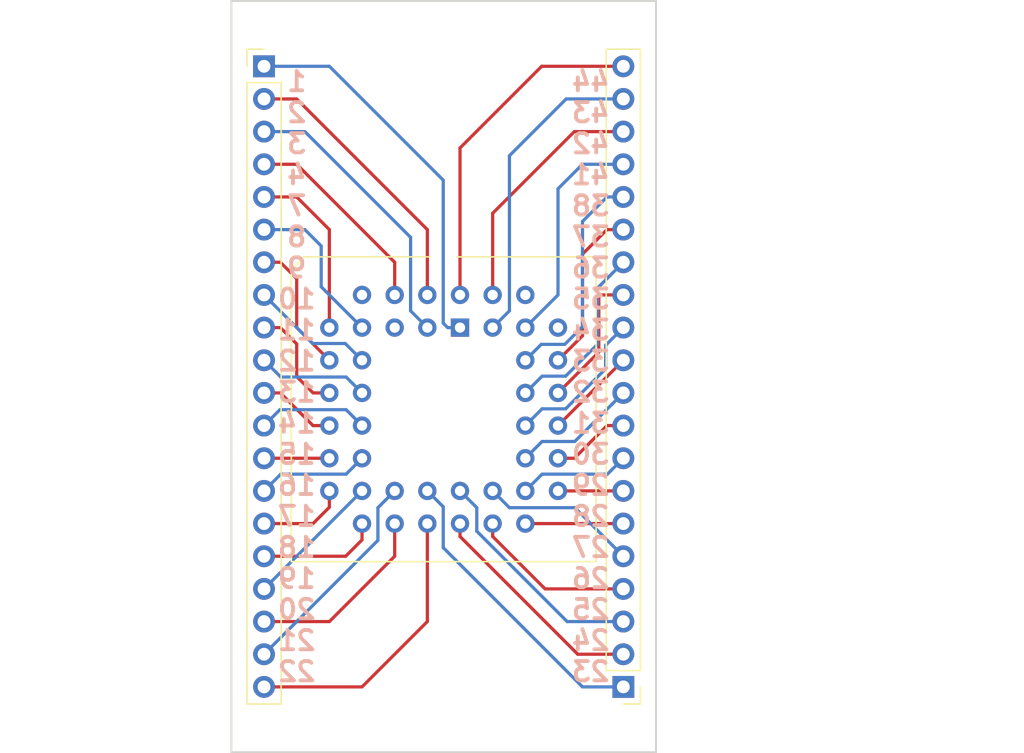
<source format=kicad_pcb>
(kicad_pcb (version 20171130) (host pcbnew "(5.0.0-3-g5ebb6b6)")

  (general
    (thickness 1.6)
    (drawings 7)
    (tracks 141)
    (zones 0)
    (modules 3)
    (nets 41)
  )

  (page A4)
  (layers
    (0 F.Cu signal)
    (31 B.Cu signal)
    (32 B.Adhes user)
    (33 F.Adhes user)
    (34 B.Paste user)
    (35 F.Paste user)
    (36 B.SilkS user)
    (37 F.SilkS user)
    (38 B.Mask user)
    (39 F.Mask user)
    (40 Dwgs.User user)
    (41 Cmts.User user)
    (42 Eco1.User user)
    (43 Eco2.User user)
    (44 Edge.Cuts user)
    (45 Margin user)
    (46 B.CrtYd user)
    (47 F.CrtYd user)
    (48 B.Fab user)
    (49 F.Fab user)
  )

  (setup
    (last_trace_width 0.25)
    (trace_clearance 0.4)
    (zone_clearance 0.508)
    (zone_45_only no)
    (trace_min 0.2)
    (segment_width 0.2)
    (edge_width 0.15)
    (via_size 0.8)
    (via_drill 0.4)
    (via_min_size 0.4)
    (via_min_drill 0.3)
    (uvia_size 0.3)
    (uvia_drill 0.1)
    (uvias_allowed no)
    (uvia_min_size 0.2)
    (uvia_min_drill 0.1)
    (pcb_text_width 0.3)
    (pcb_text_size 1.5 1.5)
    (mod_edge_width 0.15)
    (mod_text_size 1 1)
    (mod_text_width 0.15)
    (pad_size 1.524 1.524)
    (pad_drill 0.762)
    (pad_to_mask_clearance 0.2)
    (aux_axis_origin 0 0)
    (visible_elements FFFFFF7F)
    (pcbplotparams
      (layerselection 0x010fc_ffffffff)
      (usegerberextensions false)
      (usegerberattributes false)
      (usegerberadvancedattributes false)
      (creategerberjobfile false)
      (excludeedgelayer true)
      (linewidth 0.100000)
      (plotframeref false)
      (viasonmask false)
      (mode 1)
      (useauxorigin false)
      (hpglpennumber 1)
      (hpglpenspeed 20)
      (hpglpendiameter 15.000000)
      (psnegative false)
      (psa4output false)
      (plotreference true)
      (plotvalue true)
      (plotinvisibletext false)
      (padsonsilk false)
      (subtractmaskfromsilk false)
      (outputformat 1)
      (mirror false)
      (drillshape 0)
      (scaleselection 1)
      (outputdirectory "gerber/"))
  )

  (net 0 "")
  (net 1 "Net-(J_1_22_PDIP1-Pad1)")
  (net 2 "Net-(J_1_22_PDIP1-Pad2)")
  (net 3 "Net-(J_1_22_PDIP1-Pad3)")
  (net 4 "Net-(J_1_22_PDIP1-Pad4)")
  (net 5 "Net-(J_1_22_PDIP1-Pad5)")
  (net 6 "Net-(J_1_22_PDIP1-Pad6)")
  (net 7 "Net-(J_1_22_PDIP1-Pad7)")
  (net 8 "Net-(J_1_22_PDIP1-Pad8)")
  (net 9 "Net-(J_1_22_PDIP1-Pad9)")
  (net 10 "Net-(J_1_22_PDIP1-Pad10)")
  (net 11 "Net-(J_1_22_PDIP1-Pad11)")
  (net 12 "Net-(J_1_22_PDIP1-Pad12)")
  (net 13 "Net-(J_1_22_PDIP1-Pad13)")
  (net 14 "Net-(J_1_22_PDIP1-Pad14)")
  (net 15 "Net-(J_1_22_PDIP1-Pad15)")
  (net 16 "Net-(J_1_22_PDIP1-Pad16)")
  (net 17 "Net-(J_1_22_PDIP1-Pad17)")
  (net 18 "Net-(J_1_22_PDIP1-Pad18)")
  (net 19 "Net-(J_1_22_PDIP1-Pad19)")
  (net 20 "Net-(J_1_22_PDIP1-Pad20)")
  (net 21 "Net-(J_23_44_PDIP2-Pad20)")
  (net 22 "Net-(J_23_44_PDIP2-Pad19)")
  (net 23 "Net-(J_23_44_PDIP2-Pad18)")
  (net 24 "Net-(J_23_44_PDIP2-Pad17)")
  (net 25 "Net-(J_23_44_PDIP2-Pad16)")
  (net 26 "Net-(J_23_44_PDIP2-Pad15)")
  (net 27 "Net-(J_23_44_PDIP2-Pad14)")
  (net 28 "Net-(J_23_44_PDIP2-Pad13)")
  (net 29 "Net-(J_23_44_PDIP2-Pad12)")
  (net 30 "Net-(J_23_44_PDIP2-Pad11)")
  (net 31 "Net-(J_23_44_PDIP2-Pad10)")
  (net 32 "Net-(J_23_44_PDIP2-Pad9)")
  (net 33 "Net-(J_23_44_PDIP2-Pad8)")
  (net 34 "Net-(J_23_44_PDIP2-Pad7)")
  (net 35 "Net-(J_23_44_PDIP2-Pad6)")
  (net 36 "Net-(J_23_44_PDIP2-Pad5)")
  (net 37 "Net-(J_23_44_PDIP2-Pad4)")
  (net 38 "Net-(J_23_44_PDIP2-Pad3)")
  (net 39 "Net-(J_23_44_PDIP2-Pad2)")
  (net 40 "Net-(J_23_44_PDIP2-Pad1)")

  (net_class Default "This is the default net class."
    (clearance 0.4)
    (trace_width 0.25)
    (via_dia 0.8)
    (via_drill 0.4)
    (uvia_dia 0.3)
    (uvia_drill 0.1)
    (add_net "Net-(J_1_22_PDIP1-Pad1)")
    (add_net "Net-(J_1_22_PDIP1-Pad10)")
    (add_net "Net-(J_1_22_PDIP1-Pad11)")
    (add_net "Net-(J_1_22_PDIP1-Pad12)")
    (add_net "Net-(J_1_22_PDIP1-Pad13)")
    (add_net "Net-(J_1_22_PDIP1-Pad14)")
    (add_net "Net-(J_1_22_PDIP1-Pad15)")
    (add_net "Net-(J_1_22_PDIP1-Pad16)")
    (add_net "Net-(J_1_22_PDIP1-Pad17)")
    (add_net "Net-(J_1_22_PDIP1-Pad18)")
    (add_net "Net-(J_1_22_PDIP1-Pad19)")
    (add_net "Net-(J_1_22_PDIP1-Pad2)")
    (add_net "Net-(J_1_22_PDIP1-Pad20)")
    (add_net "Net-(J_1_22_PDIP1-Pad3)")
    (add_net "Net-(J_1_22_PDIP1-Pad4)")
    (add_net "Net-(J_1_22_PDIP1-Pad5)")
    (add_net "Net-(J_1_22_PDIP1-Pad6)")
    (add_net "Net-(J_1_22_PDIP1-Pad7)")
    (add_net "Net-(J_1_22_PDIP1-Pad8)")
    (add_net "Net-(J_1_22_PDIP1-Pad9)")
    (add_net "Net-(J_23_44_PDIP2-Pad1)")
    (add_net "Net-(J_23_44_PDIP2-Pad10)")
    (add_net "Net-(J_23_44_PDIP2-Pad11)")
    (add_net "Net-(J_23_44_PDIP2-Pad12)")
    (add_net "Net-(J_23_44_PDIP2-Pad13)")
    (add_net "Net-(J_23_44_PDIP2-Pad14)")
    (add_net "Net-(J_23_44_PDIP2-Pad15)")
    (add_net "Net-(J_23_44_PDIP2-Pad16)")
    (add_net "Net-(J_23_44_PDIP2-Pad17)")
    (add_net "Net-(J_23_44_PDIP2-Pad18)")
    (add_net "Net-(J_23_44_PDIP2-Pad19)")
    (add_net "Net-(J_23_44_PDIP2-Pad2)")
    (add_net "Net-(J_23_44_PDIP2-Pad20)")
    (add_net "Net-(J_23_44_PDIP2-Pad3)")
    (add_net "Net-(J_23_44_PDIP2-Pad4)")
    (add_net "Net-(J_23_44_PDIP2-Pad5)")
    (add_net "Net-(J_23_44_PDIP2-Pad6)")
    (add_net "Net-(J_23_44_PDIP2-Pad7)")
    (add_net "Net-(J_23_44_PDIP2-Pad8)")
    (add_net "Net-(J_23_44_PDIP2-Pad9)")
  )

  (module Connector_PinHeader_2.54mm:PinHeader_1x20_P2.54mm_Vertical (layer F.Cu) (tedit 5BA6D6D7) (tstamp 5BB2C393)
    (at 154.94 77.47)
    (descr "Through hole straight pin header, 1x20, 2.54mm pitch, single row")
    (tags "Through hole pin header THT 1x20 2.54mm single row")
    (path /5BAD0847)
    (fp_text reference J_1_22_PDIP1 (at -15.24 -1.27) (layer Dwgs.User)
      (effects (font (size 1 1) (thickness 0.15)))
    )
    (fp_text value Conn_01x20 (at -13.335 46.99) (layer F.Fab)
      (effects (font (size 1 1) (thickness 0.15)))
    )
    (fp_line (start -0.635 -1.27) (end 1.27 -1.27) (layer F.Fab) (width 0.1))
    (fp_line (start 1.27 -1.27) (end 1.27 49.53) (layer F.Fab) (width 0.1))
    (fp_line (start 1.27 49.53) (end -1.27 49.53) (layer F.Fab) (width 0.1))
    (fp_line (start -1.27 49.53) (end -1.27 -0.635) (layer F.Fab) (width 0.1))
    (fp_line (start -1.27 -0.635) (end -0.635 -1.27) (layer F.Fab) (width 0.1))
    (fp_line (start -1.33 49.59) (end 1.33 49.59) (layer F.SilkS) (width 0.12))
    (fp_line (start -1.33 1.27) (end -1.33 49.59) (layer F.SilkS) (width 0.12))
    (fp_line (start 1.33 1.27) (end 1.33 49.59) (layer F.SilkS) (width 0.12))
    (fp_line (start -1.33 1.27) (end 1.33 1.27) (layer F.SilkS) (width 0.12))
    (fp_line (start -1.33 0) (end -1.33 -1.33) (layer F.SilkS) (width 0.12))
    (fp_line (start -1.33 -1.33) (end 0 -1.33) (layer F.SilkS) (width 0.12))
    (fp_line (start -1.8 -1.8) (end -1.8 50.05) (layer F.CrtYd) (width 0.05))
    (fp_line (start -1.8 50.05) (end 1.8 50.05) (layer F.CrtYd) (width 0.05))
    (fp_line (start 1.8 50.05) (end 1.8 -1.8) (layer F.CrtYd) (width 0.05))
    (fp_line (start 1.8 -1.8) (end -1.8 -1.8) (layer F.CrtYd) (width 0.05))
    (fp_text user %R (at 0 24.13 90) (layer F.Fab)
      (effects (font (size 1 1) (thickness 0.15)))
    )
    (pad 1 thru_hole rect (at 0 0) (size 1.7 1.7) (drill 1) (layers *.Cu *.Mask)
      (net 1 "Net-(J_1_22_PDIP1-Pad1)"))
    (pad 2 thru_hole oval (at 0 2.54) (size 1.7 1.7) (drill 1) (layers *.Cu *.Mask)
      (net 2 "Net-(J_1_22_PDIP1-Pad2)"))
    (pad 3 thru_hole oval (at 0 5.08) (size 1.7 1.7) (drill 1) (layers *.Cu *.Mask)
      (net 3 "Net-(J_1_22_PDIP1-Pad3)"))
    (pad 4 thru_hole oval (at 0 7.62) (size 1.7 1.7) (drill 1) (layers *.Cu *.Mask)
      (net 4 "Net-(J_1_22_PDIP1-Pad4)"))
    (pad 5 thru_hole oval (at 0 10.16) (size 1.7 1.7) (drill 1) (layers *.Cu *.Mask)
      (net 5 "Net-(J_1_22_PDIP1-Pad5)"))
    (pad 6 thru_hole oval (at 0 12.7) (size 1.7 1.7) (drill 1) (layers *.Cu *.Mask)
      (net 6 "Net-(J_1_22_PDIP1-Pad6)"))
    (pad 7 thru_hole oval (at 0 15.24) (size 1.7 1.7) (drill 1) (layers *.Cu *.Mask)
      (net 7 "Net-(J_1_22_PDIP1-Pad7)"))
    (pad 8 thru_hole oval (at 0 17.78) (size 1.7 1.7) (drill 1) (layers *.Cu *.Mask)
      (net 8 "Net-(J_1_22_PDIP1-Pad8)"))
    (pad 9 thru_hole oval (at 0 20.32) (size 1.7 1.7) (drill 1) (layers *.Cu *.Mask)
      (net 9 "Net-(J_1_22_PDIP1-Pad9)"))
    (pad 10 thru_hole oval (at 0 22.86) (size 1.7 1.7) (drill 1) (layers *.Cu *.Mask)
      (net 10 "Net-(J_1_22_PDIP1-Pad10)"))
    (pad 11 thru_hole oval (at 0 25.4) (size 1.7 1.7) (drill 1) (layers *.Cu *.Mask)
      (net 11 "Net-(J_1_22_PDIP1-Pad11)"))
    (pad 12 thru_hole oval (at 0 27.94) (size 1.7 1.7) (drill 1) (layers *.Cu *.Mask)
      (net 12 "Net-(J_1_22_PDIP1-Pad12)"))
    (pad 13 thru_hole oval (at 0 30.48) (size 1.7 1.7) (drill 1) (layers *.Cu *.Mask)
      (net 13 "Net-(J_1_22_PDIP1-Pad13)"))
    (pad 14 thru_hole oval (at 0 33.02) (size 1.7 1.7) (drill 1) (layers *.Cu *.Mask)
      (net 14 "Net-(J_1_22_PDIP1-Pad14)"))
    (pad 15 thru_hole oval (at 0 35.56) (size 1.7 1.7) (drill 1) (layers *.Cu *.Mask)
      (net 15 "Net-(J_1_22_PDIP1-Pad15)"))
    (pad 16 thru_hole oval (at 0 38.1) (size 1.7 1.7) (drill 1) (layers *.Cu *.Mask)
      (net 16 "Net-(J_1_22_PDIP1-Pad16)"))
    (pad 17 thru_hole oval (at 0 40.64) (size 1.7 1.7) (drill 1) (layers *.Cu *.Mask)
      (net 17 "Net-(J_1_22_PDIP1-Pad17)"))
    (pad 18 thru_hole oval (at 0 43.18) (size 1.7 1.7) (drill 1) (layers *.Cu *.Mask)
      (net 18 "Net-(J_1_22_PDIP1-Pad18)"))
    (pad 19 thru_hole oval (at 0 45.72) (size 1.7 1.7) (drill 1) (layers *.Cu *.Mask)
      (net 19 "Net-(J_1_22_PDIP1-Pad19)"))
    (pad 20 thru_hole oval (at 0 48.26) (size 1.7 1.7) (drill 1) (layers *.Cu *.Mask)
      (net 20 "Net-(J_1_22_PDIP1-Pad20)"))
    (model ${KISYS3DMOD}/Connector_PinHeader_2.54mm.3dshapes/PinHeader_1x20_P2.54mm_Vertical.wrl
      (at (xyz 0 0 0))
      (scale (xyz 1 1 1))
      (rotate (xyz 0 0 0))
    )
  )

  (module Connector_PinHeader_2.54mm:PinHeader_1x20_P2.54mm_Vertical (layer F.Cu) (tedit 5BA6D6E3) (tstamp 5BB2C3BB)
    (at 182.88 125.73 180)
    (descr "Through hole straight pin header, 1x20, 2.54mm pitch, single row")
    (tags "Through hole pin header THT 1x20 2.54mm single row")
    (path /5BAD09DB)
    (fp_text reference J_23_44_PDIP2 (at -25.4 -3.81 180) (layer Dwgs.User)
      (effects (font (size 1 1) (thickness 0.15)))
    )
    (fp_text value Conn_01x20 (at -21.59 49.53 180) (layer F.Fab)
      (effects (font (size 1 1) (thickness 0.15)))
    )
    (fp_text user %R (at 0 24.13 270) (layer F.Fab)
      (effects (font (size 1 1) (thickness 0.15)))
    )
    (fp_line (start 1.8 -1.8) (end -1.8 -1.8) (layer F.CrtYd) (width 0.05))
    (fp_line (start 1.8 50.05) (end 1.8 -1.8) (layer F.CrtYd) (width 0.05))
    (fp_line (start -1.8 50.05) (end 1.8 50.05) (layer F.CrtYd) (width 0.05))
    (fp_line (start -1.8 -1.8) (end -1.8 50.05) (layer F.CrtYd) (width 0.05))
    (fp_line (start -1.33 -1.33) (end 0 -1.33) (layer F.SilkS) (width 0.12))
    (fp_line (start -1.33 0) (end -1.33 -1.33) (layer F.SilkS) (width 0.12))
    (fp_line (start -1.33 1.27) (end 1.33 1.27) (layer F.SilkS) (width 0.12))
    (fp_line (start 1.33 1.27) (end 1.33 49.59) (layer F.SilkS) (width 0.12))
    (fp_line (start -1.33 1.27) (end -1.33 49.59) (layer F.SilkS) (width 0.12))
    (fp_line (start -1.33 49.59) (end 1.33 49.59) (layer F.SilkS) (width 0.12))
    (fp_line (start -1.27 -0.635) (end -0.635 -1.27) (layer F.Fab) (width 0.1))
    (fp_line (start -1.27 49.53) (end -1.27 -0.635) (layer F.Fab) (width 0.1))
    (fp_line (start 1.27 49.53) (end -1.27 49.53) (layer F.Fab) (width 0.1))
    (fp_line (start 1.27 -1.27) (end 1.27 49.53) (layer F.Fab) (width 0.1))
    (fp_line (start -0.635 -1.27) (end 1.27 -1.27) (layer F.Fab) (width 0.1))
    (pad 20 thru_hole oval (at 0 48.26 180) (size 1.7 1.7) (drill 1) (layers *.Cu *.Mask)
      (net 21 "Net-(J_23_44_PDIP2-Pad20)"))
    (pad 19 thru_hole oval (at 0 45.72 180) (size 1.7 1.7) (drill 1) (layers *.Cu *.Mask)
      (net 22 "Net-(J_23_44_PDIP2-Pad19)"))
    (pad 18 thru_hole oval (at 0 43.18 180) (size 1.7 1.7) (drill 1) (layers *.Cu *.Mask)
      (net 23 "Net-(J_23_44_PDIP2-Pad18)"))
    (pad 17 thru_hole oval (at 0 40.64 180) (size 1.7 1.7) (drill 1) (layers *.Cu *.Mask)
      (net 24 "Net-(J_23_44_PDIP2-Pad17)"))
    (pad 16 thru_hole oval (at 0 38.1 180) (size 1.7 1.7) (drill 1) (layers *.Cu *.Mask)
      (net 25 "Net-(J_23_44_PDIP2-Pad16)"))
    (pad 15 thru_hole oval (at 0 35.56 180) (size 1.7 1.7) (drill 1) (layers *.Cu *.Mask)
      (net 26 "Net-(J_23_44_PDIP2-Pad15)"))
    (pad 14 thru_hole oval (at 0 33.02 180) (size 1.7 1.7) (drill 1) (layers *.Cu *.Mask)
      (net 27 "Net-(J_23_44_PDIP2-Pad14)"))
    (pad 13 thru_hole oval (at 0 30.48 180) (size 1.7 1.7) (drill 1) (layers *.Cu *.Mask)
      (net 28 "Net-(J_23_44_PDIP2-Pad13)"))
    (pad 12 thru_hole oval (at 0 27.94 180) (size 1.7 1.7) (drill 1) (layers *.Cu *.Mask)
      (net 29 "Net-(J_23_44_PDIP2-Pad12)"))
    (pad 11 thru_hole oval (at 0 25.4 180) (size 1.7 1.7) (drill 1) (layers *.Cu *.Mask)
      (net 30 "Net-(J_23_44_PDIP2-Pad11)"))
    (pad 10 thru_hole oval (at 0 22.86 180) (size 1.7 1.7) (drill 1) (layers *.Cu *.Mask)
      (net 31 "Net-(J_23_44_PDIP2-Pad10)"))
    (pad 9 thru_hole oval (at 0 20.32 180) (size 1.7 1.7) (drill 1) (layers *.Cu *.Mask)
      (net 32 "Net-(J_23_44_PDIP2-Pad9)"))
    (pad 8 thru_hole oval (at 0 17.78 180) (size 1.7 1.7) (drill 1) (layers *.Cu *.Mask)
      (net 33 "Net-(J_23_44_PDIP2-Pad8)"))
    (pad 7 thru_hole oval (at 0 15.24 180) (size 1.7 1.7) (drill 1) (layers *.Cu *.Mask)
      (net 34 "Net-(J_23_44_PDIP2-Pad7)"))
    (pad 6 thru_hole oval (at 0 12.7 180) (size 1.7 1.7) (drill 1) (layers *.Cu *.Mask)
      (net 35 "Net-(J_23_44_PDIP2-Pad6)"))
    (pad 5 thru_hole oval (at 0 10.16 180) (size 1.7 1.7) (drill 1) (layers *.Cu *.Mask)
      (net 36 "Net-(J_23_44_PDIP2-Pad5)"))
    (pad 4 thru_hole oval (at 0 7.62 180) (size 1.7 1.7) (drill 1) (layers *.Cu *.Mask)
      (net 37 "Net-(J_23_44_PDIP2-Pad4)"))
    (pad 3 thru_hole oval (at 0 5.08 180) (size 1.7 1.7) (drill 1) (layers *.Cu *.Mask)
      (net 38 "Net-(J_23_44_PDIP2-Pad3)"))
    (pad 2 thru_hole oval (at 0 2.54 180) (size 1.7 1.7) (drill 1) (layers *.Cu *.Mask)
      (net 39 "Net-(J_23_44_PDIP2-Pad2)"))
    (pad 1 thru_hole rect (at 0 0 180) (size 1.7 1.7) (drill 1) (layers *.Cu *.Mask)
      (net 40 "Net-(J_23_44_PDIP2-Pad1)"))
    (model ${KISYS3DMOD}/Connector_PinHeader_2.54mm.3dshapes/PinHeader_1x20_P2.54mm_Vertical.wrl
      (at (xyz 0 0 0))
      (scale (xyz 1 1 1))
      (rotate (xyz 0 0 0))
    )
  )

  (module Package_LCC:PLCC-44_THT-Socket (layer F.Cu) (tedit 5BA6D6DE) (tstamp 5BB2C401)
    (at 170.18 97.79)
    (descr "PLCC, 44 pins, through hole")
    (tags "plcc leaded")
    (path /5BA6C23A)
    (fp_text reference U_PLCC1 (at -1.27 -6.4) (layer Dwgs.User)
      (effects (font (size 1 1) (thickness 0.15)))
    )
    (fp_text value 44PinPLCCSocket (at -1.27 19.1) (layer F.Fab)
      (effects (font (size 1 1) (thickness 0.15)))
    )
    (fp_line (start -12.02 -5.4) (end -13.02 -4.4) (layer F.Fab) (width 0.1))
    (fp_line (start -13.02 -4.4) (end -13.02 18.1) (layer F.Fab) (width 0.1))
    (fp_line (start -13.02 18.1) (end 10.48 18.1) (layer F.Fab) (width 0.1))
    (fp_line (start 10.48 18.1) (end 10.48 -5.4) (layer F.Fab) (width 0.1))
    (fp_line (start 10.48 -5.4) (end -12.02 -5.4) (layer F.Fab) (width 0.1))
    (fp_line (start -13.52 -5.9) (end -13.52 18.6) (layer F.CrtYd) (width 0.05))
    (fp_line (start -13.52 18.6) (end 10.98 18.6) (layer F.CrtYd) (width 0.05))
    (fp_line (start 10.98 18.6) (end 10.98 -5.9) (layer F.CrtYd) (width 0.05))
    (fp_line (start 10.98 -5.9) (end -13.52 -5.9) (layer F.CrtYd) (width 0.05))
    (fp_line (start -10.48 -2.86) (end -10.48 15.56) (layer F.Fab) (width 0.1))
    (fp_line (start -10.48 15.56) (end 7.94 15.56) (layer F.Fab) (width 0.1))
    (fp_line (start 7.94 15.56) (end 7.94 -2.86) (layer F.Fab) (width 0.1))
    (fp_line (start 7.94 -2.86) (end -10.48 -2.86) (layer F.Fab) (width 0.1))
    (fp_line (start -1.77 -5.4) (end -1.27 -4.4) (layer F.Fab) (width 0.1))
    (fp_line (start -1.27 -4.4) (end -0.77 -5.4) (layer F.Fab) (width 0.1))
    (fp_line (start -2.27 -5.5) (end -12.12 -5.5) (layer F.SilkS) (width 0.12))
    (fp_line (start -12.12 -5.5) (end -13.12 -4.5) (layer F.SilkS) (width 0.12))
    (fp_line (start -13.12 -4.5) (end -13.12 18.2) (layer F.SilkS) (width 0.12))
    (fp_line (start -13.12 18.2) (end 10.58 18.2) (layer F.SilkS) (width 0.12))
    (fp_line (start 10.58 18.2) (end 10.58 -5.5) (layer F.SilkS) (width 0.12))
    (fp_line (start 10.58 -5.5) (end -0.27 -5.5) (layer F.SilkS) (width 0.12))
    (fp_text user %R (at -1.27 6.35) (layer F.Fab)
      (effects (font (size 1 1) (thickness 0.15)))
    )
    (pad 1 thru_hole rect (at 0 0) (size 1.4224 1.4224) (drill 0.8) (layers *.Cu *.Mask)
      (net 1 "Net-(J_1_22_PDIP1-Pad1)"))
    (pad 3 thru_hole circle (at -2.54 0) (size 1.4224 1.4224) (drill 0.8) (layers *.Cu *.Mask)
      (net 3 "Net-(J_1_22_PDIP1-Pad3)"))
    (pad 5 thru_hole circle (at -5.08 0) (size 1.4224 1.4224) (drill 0.8) (layers *.Cu *.Mask))
    (pad 43 thru_hole circle (at 2.54 0) (size 1.4224 1.4224) (drill 0.8) (layers *.Cu *.Mask)
      (net 22 "Net-(J_23_44_PDIP2-Pad19)"))
    (pad 41 thru_hole circle (at 5.08 0) (size 1.4224 1.4224) (drill 0.8) (layers *.Cu *.Mask)
      (net 24 "Net-(J_23_44_PDIP2-Pad17)"))
    (pad 2 thru_hole circle (at -2.54 -2.54) (size 1.4224 1.4224) (drill 0.8) (layers *.Cu *.Mask)
      (net 2 "Net-(J_1_22_PDIP1-Pad2)"))
    (pad 4 thru_hole circle (at -5.08 -2.54) (size 1.4224 1.4224) (drill 0.8) (layers *.Cu *.Mask)
      (net 4 "Net-(J_1_22_PDIP1-Pad4)"))
    (pad 6 thru_hole circle (at -7.62 -2.54) (size 1.4224 1.4224) (drill 0.8) (layers *.Cu *.Mask))
    (pad 44 thru_hole circle (at 0 -2.54) (size 1.4224 1.4224) (drill 0.8) (layers *.Cu *.Mask)
      (net 21 "Net-(J_23_44_PDIP2-Pad20)"))
    (pad 42 thru_hole circle (at 2.54 -2.54) (size 1.4224 1.4224) (drill 0.8) (layers *.Cu *.Mask)
      (net 23 "Net-(J_23_44_PDIP2-Pad18)"))
    (pad 8 thru_hole circle (at -7.62 0) (size 1.4224 1.4224) (drill 0.8) (layers *.Cu *.Mask)
      (net 6 "Net-(J_1_22_PDIP1-Pad6)"))
    (pad 10 thru_hole circle (at -7.62 2.54) (size 1.4224 1.4224) (drill 0.8) (layers *.Cu *.Mask)
      (net 8 "Net-(J_1_22_PDIP1-Pad8)"))
    (pad 12 thru_hole circle (at -7.62 5.08) (size 1.4224 1.4224) (drill 0.8) (layers *.Cu *.Mask)
      (net 10 "Net-(J_1_22_PDIP1-Pad10)"))
    (pad 14 thru_hole circle (at -7.62 7.62) (size 1.4224 1.4224) (drill 0.8) (layers *.Cu *.Mask)
      (net 12 "Net-(J_1_22_PDIP1-Pad12)"))
    (pad 16 thru_hole circle (at -7.62 10.16) (size 1.4224 1.4224) (drill 0.8) (layers *.Cu *.Mask)
      (net 14 "Net-(J_1_22_PDIP1-Pad14)"))
    (pad 7 thru_hole circle (at -10.16 0) (size 1.4224 1.4224) (drill 0.8) (layers *.Cu *.Mask)
      (net 5 "Net-(J_1_22_PDIP1-Pad5)"))
    (pad 9 thru_hole circle (at -10.16 2.54) (size 1.4224 1.4224) (drill 0.8) (layers *.Cu *.Mask)
      (net 7 "Net-(J_1_22_PDIP1-Pad7)"))
    (pad 11 thru_hole circle (at -10.16 5.08) (size 1.4224 1.4224) (drill 0.8) (layers *.Cu *.Mask)
      (net 9 "Net-(J_1_22_PDIP1-Pad9)"))
    (pad 13 thru_hole circle (at -10.16 7.62) (size 1.4224 1.4224) (drill 0.8) (layers *.Cu *.Mask)
      (net 11 "Net-(J_1_22_PDIP1-Pad11)"))
    (pad 15 thru_hole circle (at -10.16 10.16) (size 1.4224 1.4224) (drill 0.8) (layers *.Cu *.Mask)
      (net 13 "Net-(J_1_22_PDIP1-Pad13)"))
    (pad 17 thru_hole circle (at -10.16 12.7) (size 1.4224 1.4224) (drill 0.8) (layers *.Cu *.Mask)
      (net 15 "Net-(J_1_22_PDIP1-Pad15)"))
    (pad 19 thru_hole circle (at -7.62 12.7) (size 1.4224 1.4224) (drill 0.8) (layers *.Cu *.Mask)
      (net 17 "Net-(J_1_22_PDIP1-Pad17)"))
    (pad 21 thru_hole circle (at -5.08 12.7) (size 1.4224 1.4224) (drill 0.8) (layers *.Cu *.Mask)
      (net 19 "Net-(J_1_22_PDIP1-Pad19)"))
    (pad 23 thru_hole circle (at -2.54 12.7) (size 1.4224 1.4224) (drill 0.8) (layers *.Cu *.Mask)
      (net 40 "Net-(J_23_44_PDIP2-Pad1)"))
    (pad 25 thru_hole circle (at 0 12.7) (size 1.4224 1.4224) (drill 0.8) (layers *.Cu *.Mask)
      (net 38 "Net-(J_23_44_PDIP2-Pad3)"))
    (pad 27 thru_hole circle (at 2.54 12.7) (size 1.4224 1.4224) (drill 0.8) (layers *.Cu *.Mask)
      (net 36 "Net-(J_23_44_PDIP2-Pad5)"))
    (pad 29 thru_hole circle (at 7.62 12.7) (size 1.4224 1.4224) (drill 0.8) (layers *.Cu *.Mask)
      (net 34 "Net-(J_23_44_PDIP2-Pad7)"))
    (pad 18 thru_hole circle (at -7.62 15.24) (size 1.4224 1.4224) (drill 0.8) (layers *.Cu *.Mask)
      (net 16 "Net-(J_1_22_PDIP1-Pad16)"))
    (pad 20 thru_hole circle (at -5.08 15.24) (size 1.4224 1.4224) (drill 0.8) (layers *.Cu *.Mask)
      (net 18 "Net-(J_1_22_PDIP1-Pad18)"))
    (pad 22 thru_hole circle (at -2.54 15.24) (size 1.4224 1.4224) (drill 0.8) (layers *.Cu *.Mask)
      (net 20 "Net-(J_1_22_PDIP1-Pad20)"))
    (pad 24 thru_hole circle (at 0 15.24) (size 1.4224 1.4224) (drill 0.8) (layers *.Cu *.Mask)
      (net 39 "Net-(J_23_44_PDIP2-Pad2)"))
    (pad 26 thru_hole circle (at 2.54 15.24) (size 1.4224 1.4224) (drill 0.8) (layers *.Cu *.Mask)
      (net 37 "Net-(J_23_44_PDIP2-Pad4)"))
    (pad 28 thru_hole circle (at 5.08 15.24) (size 1.4224 1.4224) (drill 0.8) (layers *.Cu *.Mask)
      (net 35 "Net-(J_23_44_PDIP2-Pad6)"))
    (pad 30 thru_hole circle (at 5.08 12.7) (size 1.4224 1.4224) (drill 0.8) (layers *.Cu *.Mask)
      (net 33 "Net-(J_23_44_PDIP2-Pad8)"))
    (pad 32 thru_hole circle (at 5.08 10.16) (size 1.4224 1.4224) (drill 0.8) (layers *.Cu *.Mask)
      (net 31 "Net-(J_23_44_PDIP2-Pad10)"))
    (pad 34 thru_hole circle (at 5.08 7.62) (size 1.4224 1.4224) (drill 0.8) (layers *.Cu *.Mask)
      (net 29 "Net-(J_23_44_PDIP2-Pad12)"))
    (pad 36 thru_hole circle (at 5.08 5.08) (size 1.4224 1.4224) (drill 0.8) (layers *.Cu *.Mask)
      (net 27 "Net-(J_23_44_PDIP2-Pad14)"))
    (pad 38 thru_hole circle (at 5.08 2.54) (size 1.4224 1.4224) (drill 0.8) (layers *.Cu *.Mask)
      (net 25 "Net-(J_23_44_PDIP2-Pad16)"))
    (pad 40 thru_hole circle (at 5.08 -2.54) (size 1.4224 1.4224) (drill 0.8) (layers *.Cu *.Mask))
    (pad 31 thru_hole circle (at 7.62 10.16) (size 1.4224 1.4224) (drill 0.8) (layers *.Cu *.Mask)
      (net 32 "Net-(J_23_44_PDIP2-Pad9)"))
    (pad 33 thru_hole circle (at 7.62 7.62) (size 1.4224 1.4224) (drill 0.8) (layers *.Cu *.Mask)
      (net 30 "Net-(J_23_44_PDIP2-Pad11)"))
    (pad 35 thru_hole circle (at 7.62 5.08) (size 1.4224 1.4224) (drill 0.8) (layers *.Cu *.Mask)
      (net 28 "Net-(J_23_44_PDIP2-Pad13)"))
    (pad 37 thru_hole circle (at 7.62 2.54) (size 1.4224 1.4224) (drill 0.8) (layers *.Cu *.Mask)
      (net 26 "Net-(J_23_44_PDIP2-Pad15)"))
    (pad 39 thru_hole circle (at 7.62 0) (size 1.4224 1.4224) (drill 0.8) (layers *.Cu *.Mask))
    (model ${KISYS3DMOD}/Package_LCC.3dshapes/PLCC-44_THT-Socket.wrl
      (at (xyz 0 0 0))
      (scale (xyz 1 1 1))
      (rotate (xyz 0 0 0))
    )
  )

  (gr_text "44\n43\n42\n41\n38\n37\n36\n35\n34\n33\n32\n31\n30\n29\n28\n27\n26\n25\n24\n23" (at 180.34 101.6) (layer B.SilkS)
    (effects (font (size 1.5 1.5) (thickness 0.3)) (justify mirror))
  )
  (gr_text "1\n2\n3\n4\n7\n8\n9\n10\n11\n12\n13\n14\n15\n16\n17\n18\n19\n20\n21\n22" (at 157.48 101.6) (layer B.SilkS)
    (effects (font (size 1.5 1.5) (thickness 0.3)) (justify mirror))
  )
  (gr_text 1 (at 170.18 100.33) (layer F.Paste)
    (effects (font (size 1.5 1.5) (thickness 0.3)))
  )
  (gr_line (start 152.4 130.81) (end 152.4 72.39) (layer Edge.Cuts) (width 0.15))
  (gr_line (start 185.42 130.81) (end 152.4 130.81) (layer Edge.Cuts) (width 0.15))
  (gr_line (start 185.42 72.39) (end 185.42 130.81) (layer Edge.Cuts) (width 0.15))
  (gr_line (start 152.4 72.39) (end 185.42 72.39) (layer Edge.Cuts) (width 0.15))

  (segment (start 168.876201 97.447401) (end 168.876201 86.326201) (width 0.25) (layer B.Cu) (net 1))
  (segment (start 169.2188 97.79) (end 168.876201 97.447401) (width 0.25) (layer B.Cu) (net 1))
  (segment (start 170.18 97.79) (end 169.2188 97.79) (width 0.25) (layer B.Cu) (net 1))
  (segment (start 160.02 77.47) (end 154.94 77.47) (width 0.25) (layer B.Cu) (net 1))
  (segment (start 168.876201 86.326201) (end 160.02 77.47) (width 0.25) (layer B.Cu) (net 1))
  (segment (start 167.64 95.25) (end 167.64 90.17) (width 0.25) (layer F.Cu) (net 2))
  (segment (start 157.48 80.01) (end 154.94 80.01) (width 0.25) (layer F.Cu) (net 2))
  (segment (start 167.64 90.17) (end 157.48 80.01) (width 0.25) (layer F.Cu) (net 2))
  (segment (start 166.336201 96.486201) (end 166.336201 90.771201) (width 0.25) (layer B.Cu) (net 3))
  (segment (start 167.64 97.79) (end 166.336201 96.486201) (width 0.25) (layer B.Cu) (net 3))
  (segment (start 158.115 82.55) (end 154.94 82.55) (width 0.25) (layer B.Cu) (net 3))
  (segment (start 166.336201 90.771201) (end 158.115 82.55) (width 0.25) (layer B.Cu) (net 3))
  (segment (start 165.1 95.25) (end 165.1 92.71) (width 0.25) (layer F.Cu) (net 4))
  (segment (start 157.48 85.09) (end 154.94 85.09) (width 0.25) (layer F.Cu) (net 4))
  (segment (start 165.1 92.71) (end 157.48 85.09) (width 0.25) (layer F.Cu) (net 4))
  (segment (start 157.48 87.63) (end 154.94 87.63) (width 0.25) (layer F.Cu) (net 5))
  (segment (start 160.02 90.17) (end 157.48 87.63) (width 0.25) (layer F.Cu) (net 5))
  (segment (start 160.02 97.79) (end 160.02 90.17) (width 0.25) (layer F.Cu) (net 5))
  (segment (start 162.56 97.79) (end 159.385 94.615) (width 0.25) (layer B.Cu) (net 6))
  (segment (start 159.385 94.615) (end 159.385 91.44) (width 0.25) (layer B.Cu) (net 6))
  (segment (start 158.115 90.17) (end 154.94 90.17) (width 0.25) (layer B.Cu) (net 6))
  (segment (start 159.385 91.44) (end 158.115 90.17) (width 0.25) (layer B.Cu) (net 6))
  (segment (start 154.94 92.71) (end 156.21 92.71) (width 0.25) (layer F.Cu) (net 7))
  (segment (start 156.21 92.71) (end 157.48 93.98) (width 0.25) (layer F.Cu) (net 7))
  (segment (start 157.48 97.79) (end 160.02 100.33) (width 0.25) (layer F.Cu) (net 7))
  (segment (start 157.48 93.98) (end 157.48 97.79) (width 0.25) (layer F.Cu) (net 7))
  (segment (start 155.789999 96.099999) (end 154.94 95.25) (width 0.25) (layer B.Cu) (net 8))
  (segment (start 158.716201 99.026201) (end 155.789999 96.099999) (width 0.25) (layer B.Cu) (net 8))
  (segment (start 161.256201 99.026201) (end 158.716201 99.026201) (width 0.25) (layer B.Cu) (net 8))
  (segment (start 162.56 100.33) (end 161.256201 99.026201) (width 0.25) (layer B.Cu) (net 8))
  (segment (start 154.94 97.79) (end 156.21 97.79) (width 0.25) (layer F.Cu) (net 9))
  (segment (start 156.21 97.79) (end 157.48 99.06) (width 0.25) (layer F.Cu) (net 9))
  (segment (start 157.48 99.06) (end 157.48 101.6) (width 0.25) (layer F.Cu) (net 9))
  (segment (start 157.48 101.6) (end 158.75 102.87) (width 0.25) (layer F.Cu) (net 9))
  (segment (start 158.75 102.87) (end 160.02 102.87) (width 0.25) (layer F.Cu) (net 9))
  (segment (start 161.848801 102.158801) (end 162.56 102.87) (width 0.25) (layer B.Cu) (net 10))
  (segment (start 161.323799 101.633799) (end 161.848801 102.158801) (width 0.25) (layer B.Cu) (net 10))
  (segment (start 156.243799 101.633799) (end 161.323799 101.633799) (width 0.25) (layer B.Cu) (net 10))
  (segment (start 154.94 100.33) (end 156.243799 101.633799) (width 0.25) (layer B.Cu) (net 10))
  (segment (start 154.94 102.87) (end 156.21 102.87) (width 0.25) (layer F.Cu) (net 11))
  (segment (start 158.75 105.41) (end 160.02 105.41) (width 0.25) (layer F.Cu) (net 11))
  (segment (start 156.21 102.87) (end 158.75 105.41) (width 0.25) (layer F.Cu) (net 11))
  (segment (start 155.789999 104.560001) (end 154.94 105.41) (width 0.25) (layer B.Cu) (net 12))
  (segment (start 156.176201 104.173799) (end 155.789999 104.560001) (width 0.25) (layer B.Cu) (net 12))
  (segment (start 161.323799 104.173799) (end 156.176201 104.173799) (width 0.25) (layer B.Cu) (net 12))
  (segment (start 162.56 105.41) (end 161.323799 104.173799) (width 0.25) (layer B.Cu) (net 12))
  (segment (start 154.94 107.95) (end 160.02 107.95) (width 0.25) (layer F.Cu) (net 13))
  (segment (start 161.848801 108.661199) (end 162.56 107.95) (width 0.25) (layer B.Cu) (net 14))
  (segment (start 156.243799 109.186201) (end 161.323799 109.186201) (width 0.25) (layer B.Cu) (net 14))
  (segment (start 161.323799 109.186201) (end 161.848801 108.661199) (width 0.25) (layer B.Cu) (net 14))
  (segment (start 154.94 110.49) (end 156.243799 109.186201) (width 0.25) (layer B.Cu) (net 14))
  (segment (start 154.94 113.03) (end 158.75 113.03) (width 0.25) (layer F.Cu) (net 15))
  (segment (start 158.75 113.03) (end 160.02 111.76) (width 0.25) (layer F.Cu) (net 15))
  (segment (start 160.02 111.76) (end 160.02 110.49) (width 0.25) (layer F.Cu) (net 15))
  (segment (start 154.94 115.57) (end 161.29 115.57) (width 0.25) (layer F.Cu) (net 16))
  (segment (start 161.29 115.57) (end 162.56 114.3) (width 0.25) (layer F.Cu) (net 16))
  (segment (start 162.56 114.3) (end 162.56 113.03) (width 0.25) (layer F.Cu) (net 16))
  (segment (start 162.56 110.49) (end 154.94 118.11) (width 0.25) (layer B.Cu) (net 17))
  (segment (start 154.94 120.65) (end 160.02 120.65) (width 0.25) (layer F.Cu) (net 18))
  (segment (start 165.1 115.57) (end 165.1 113.03) (width 0.25) (layer F.Cu) (net 18))
  (segment (start 160.02 120.65) (end 165.1 115.57) (width 0.25) (layer F.Cu) (net 18))
  (segment (start 164.388801 111.201199) (end 165.1 110.49) (width 0.25) (layer B.Cu) (net 19))
  (segment (start 163.796201 111.793799) (end 164.388801 111.201199) (width 0.25) (layer B.Cu) (net 19))
  (segment (start 163.796201 114.333799) (end 163.796201 111.793799) (width 0.25) (layer B.Cu) (net 19))
  (segment (start 154.94 123.19) (end 163.796201 114.333799) (width 0.25) (layer B.Cu) (net 19))
  (segment (start 154.94 125.73) (end 162.56 125.73) (width 0.25) (layer F.Cu) (net 20))
  (segment (start 167.64 120.65) (end 167.64 113.03) (width 0.25) (layer F.Cu) (net 20))
  (segment (start 162.56 125.73) (end 167.64 120.65) (width 0.25) (layer F.Cu) (net 20))
  (segment (start 170.18 95.25) (end 170.18 83.82) (width 0.25) (layer F.Cu) (net 21))
  (segment (start 176.53 77.47) (end 182.88 77.47) (width 0.25) (layer F.Cu) (net 21))
  (segment (start 170.18 83.82) (end 176.53 77.47) (width 0.25) (layer F.Cu) (net 21))
  (segment (start 174.023799 96.486201) (end 174.023799 84.421201) (width 0.25) (layer B.Cu) (net 22))
  (segment (start 172.72 97.79) (end 174.023799 96.486201) (width 0.25) (layer B.Cu) (net 22))
  (segment (start 178.435 80.01) (end 182.88 80.01) (width 0.25) (layer B.Cu) (net 22))
  (segment (start 174.023799 84.421201) (end 178.435 80.01) (width 0.25) (layer B.Cu) (net 22))
  (segment (start 172.72 95.25) (end 172.72 88.9) (width 0.25) (layer F.Cu) (net 23))
  (segment (start 179.07 82.55) (end 182.88 82.55) (width 0.25) (layer F.Cu) (net 23))
  (segment (start 172.72 88.9) (end 179.07 82.55) (width 0.25) (layer F.Cu) (net 23))
  (segment (start 175.26 97.79) (end 177.8 95.25) (width 0.25) (layer B.Cu) (net 24))
  (segment (start 177.8 95.25) (end 177.8 86.995) (width 0.25) (layer B.Cu) (net 24))
  (segment (start 179.705 85.09) (end 182.88 85.09) (width 0.25) (layer B.Cu) (net 24))
  (segment (start 177.8 86.995) (end 179.705 85.09) (width 0.25) (layer B.Cu) (net 24))
  (segment (start 178.325779 99.093799) (end 179.705 97.714578) (width 0.25) (layer B.Cu) (net 25))
  (segment (start 176.496201 99.093799) (end 178.325779 99.093799) (width 0.25) (layer B.Cu) (net 25))
  (segment (start 175.26 100.33) (end 176.496201 99.093799) (width 0.25) (layer B.Cu) (net 25))
  (segment (start 179.705 97.714578) (end 179.705 89.535) (width 0.25) (layer B.Cu) (net 25))
  (segment (start 181.61 87.63) (end 182.88 87.63) (width 0.25) (layer B.Cu) (net 25))
  (segment (start 179.705 89.535) (end 181.61 87.63) (width 0.25) (layer B.Cu) (net 25))
  (segment (start 181.61 90.17) (end 182.88 90.17) (width 0.25) (layer F.Cu) (net 26))
  (segment (start 179.705 98.425) (end 179.705 92.075) (width 0.25) (layer F.Cu) (net 26))
  (segment (start 179.705 92.075) (end 181.61 90.17) (width 0.25) (layer F.Cu) (net 26))
  (segment (start 177.8 100.33) (end 179.705 98.425) (width 0.25) (layer F.Cu) (net 26))
  (segment (start 180.854989 94.735011) (end 182.030001 93.559999) (width 0.25) (layer B.Cu) (net 27))
  (segment (start 180.854989 99.104589) (end 180.854989 94.735011) (width 0.25) (layer B.Cu) (net 27))
  (segment (start 178.393377 101.566201) (end 180.854989 99.104589) (width 0.25) (layer B.Cu) (net 27))
  (segment (start 176.563799 101.566201) (end 178.393377 101.566201) (width 0.25) (layer B.Cu) (net 27))
  (segment (start 182.030001 93.559999) (end 182.88 92.71) (width 0.25) (layer B.Cu) (net 27))
  (segment (start 175.26 102.87) (end 176.563799 101.566201) (width 0.25) (layer B.Cu) (net 27))
  (segment (start 180.975 95.25) (end 182.88 95.25) (width 0.25) (layer F.Cu) (net 28))
  (segment (start 180.975 99.695) (end 180.975 95.25) (width 0.25) (layer F.Cu) (net 28))
  (segment (start 177.8 102.87) (end 180.975 99.695) (width 0.25) (layer F.Cu) (net 28))
  (segment (start 182.030001 98.639999) (end 182.88 97.79) (width 0.25) (layer B.Cu) (net 29))
  (segment (start 181.504999 99.165001) (end 182.030001 98.639999) (width 0.25) (layer B.Cu) (net 29))
  (segment (start 181.504999 100.994579) (end 181.504999 99.165001) (width 0.25) (layer B.Cu) (net 29))
  (segment (start 178.393377 104.106201) (end 181.504999 100.994579) (width 0.25) (layer B.Cu) (net 29))
  (segment (start 176.563799 104.106201) (end 178.393377 104.106201) (width 0.25) (layer B.Cu) (net 29))
  (segment (start 175.26 105.41) (end 176.563799 104.106201) (width 0.25) (layer B.Cu) (net 29))
  (segment (start 177.8 105.41) (end 182.88 100.33) (width 0.25) (layer F.Cu) (net 30))
  (segment (start 182.030001 103.719999) (end 182.88 102.87) (width 0.25) (layer B.Cu) (net 31))
  (segment (start 179.103799 106.646201) (end 182.030001 103.719999) (width 0.25) (layer B.Cu) (net 31))
  (segment (start 176.563799 106.646201) (end 179.103799 106.646201) (width 0.25) (layer B.Cu) (net 31))
  (segment (start 175.26 107.95) (end 176.563799 106.646201) (width 0.25) (layer B.Cu) (net 31))
  (segment (start 177.8 107.95) (end 179.07 107.95) (width 0.25) (layer F.Cu) (net 32))
  (segment (start 181.61 105.41) (end 182.88 105.41) (width 0.25) (layer F.Cu) (net 32))
  (segment (start 179.07 107.95) (end 181.61 105.41) (width 0.25) (layer F.Cu) (net 32))
  (segment (start 182.030001 108.799999) (end 182.88 107.95) (width 0.25) (layer B.Cu) (net 33))
  (segment (start 181.643799 109.186201) (end 182.030001 108.799999) (width 0.25) (layer B.Cu) (net 33))
  (segment (start 176.563799 109.186201) (end 181.643799 109.186201) (width 0.25) (layer B.Cu) (net 33))
  (segment (start 175.26 110.49) (end 176.563799 109.186201) (width 0.25) (layer B.Cu) (net 33))
  (segment (start 177.8 110.49) (end 182.88 110.49) (width 0.25) (layer F.Cu) (net 34))
  (segment (start 175.26 113.03) (end 182.88 113.03) (width 0.25) (layer F.Cu) (net 35))
  (segment (start 182.030001 114.720001) (end 182.88 115.57) (width 0.25) (layer B.Cu) (net 36))
  (segment (start 179.103799 111.793799) (end 182.030001 114.720001) (width 0.25) (layer B.Cu) (net 36))
  (segment (start 174.023799 111.793799) (end 179.103799 111.793799) (width 0.25) (layer B.Cu) (net 36))
  (segment (start 172.72 110.49) (end 174.023799 111.793799) (width 0.25) (layer B.Cu) (net 36))
  (segment (start 176.794212 118.11) (end 182.88 118.11) (width 0.25) (layer F.Cu) (net 37))
  (segment (start 172.72 114.035788) (end 176.794212 118.11) (width 0.25) (layer F.Cu) (net 37))
  (segment (start 172.72 113.03) (end 172.72 114.035788) (width 0.25) (layer F.Cu) (net 37))
  (segment (start 181.677919 120.65) (end 182.88 120.65) (width 0.25) (layer B.Cu) (net 38))
  (segment (start 178.510422 120.65) (end 181.677919 120.65) (width 0.25) (layer B.Cu) (net 38))
  (segment (start 171.483799 113.623377) (end 178.510422 120.65) (width 0.25) (layer B.Cu) (net 38))
  (segment (start 171.483799 111.793799) (end 171.483799 113.623377) (width 0.25) (layer B.Cu) (net 38))
  (segment (start 170.18 110.49) (end 171.483799 111.793799) (width 0.25) (layer B.Cu) (net 38))
  (segment (start 181.677919 123.19) (end 182.88 123.19) (width 0.25) (layer F.Cu) (net 39))
  (segment (start 179.334212 123.19) (end 181.677919 123.19) (width 0.25) (layer F.Cu) (net 39))
  (segment (start 170.18 114.035788) (end 179.334212 123.19) (width 0.25) (layer F.Cu) (net 39))
  (segment (start 170.18 113.03) (end 170.18 114.035788) (width 0.25) (layer F.Cu) (net 39))
  (segment (start 168.876201 111.726201) (end 168.876201 114.901201) (width 0.25) (layer B.Cu) (net 40))
  (segment (start 167.64 110.49) (end 168.876201 111.726201) (width 0.25) (layer B.Cu) (net 40))
  (segment (start 179.705 125.73) (end 182.88 125.73) (width 0.25) (layer B.Cu) (net 40))
  (segment (start 168.876201 114.901201) (end 179.705 125.73) (width 0.25) (layer B.Cu) (net 40))

)

</source>
